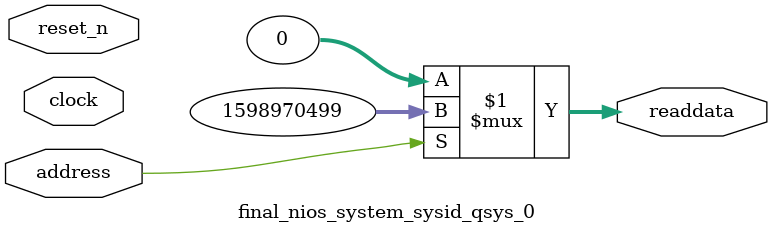
<source format=v>



// synthesis translate_off
`timescale 1ns / 1ps
// synthesis translate_on

// turn off superfluous verilog processor warnings 
// altera message_level Level1 
// altera message_off 10034 10035 10036 10037 10230 10240 10030 

module final_nios_system_sysid_qsys_0 (
               // inputs:
                address,
                clock,
                reset_n,

               // outputs:
                readdata
             )
;

  output  [ 31: 0] readdata;
  input            address;
  input            clock;
  input            reset_n;

  wire    [ 31: 0] readdata;
  //control_slave, which is an e_avalon_slave
  assign readdata = address ? 1598970499 : 0;

endmodule



</source>
